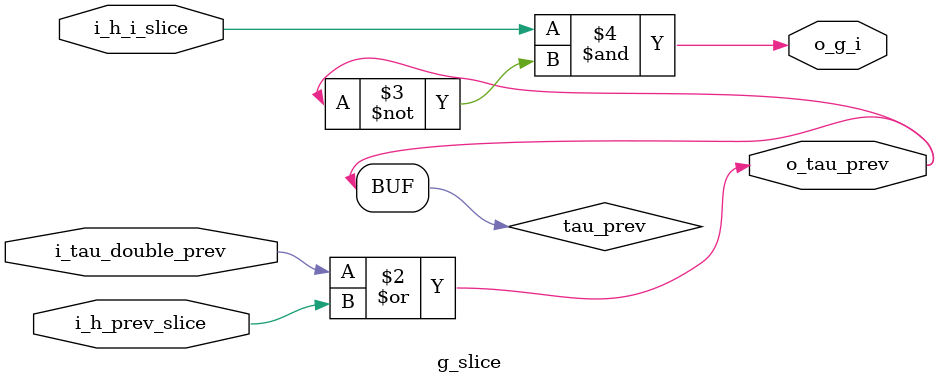
<source format=sv>
(* keep_hierarchy = "yes" *)

module g_slice (
    input  logic i_h_prev_slice, 
    input  logic i_h_i_slice,         
    input  logic i_tau_double_prev,  
    output logic o_tau_prev,  
    output logic o_g_i     
);

logic tau_prev;

always_comb begin 
    tau_prev = i_tau_double_prev | i_h_prev_slice;
    o_g_i = i_h_i_slice & ~tau_prev;
end

assign o_tau_prev = tau_prev;
endmodule
</source>
